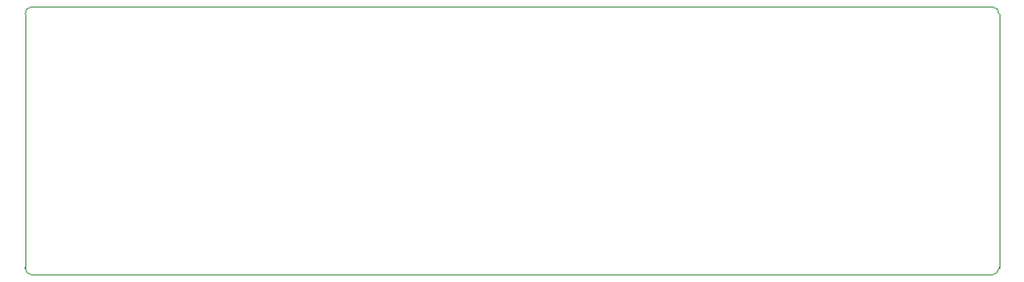
<source format=gbr>
%TF.GenerationSoftware,KiCad,Pcbnew,7.0.9*%
%TF.CreationDate,2024-02-12T22:59:22+01:00*%
%TF.ProjectId,MTR_C3_TempHum,4d54525f-4333-45f5-9465-6d7048756d2e,rev?*%
%TF.SameCoordinates,Original*%
%TF.FileFunction,Profile,NP*%
%FSLAX46Y46*%
G04 Gerber Fmt 4.6, Leading zero omitted, Abs format (unit mm)*
G04 Created by KiCad (PCBNEW 7.0.9) date 2024-02-12 22:59:22*
%MOMM*%
%LPD*%
G01*
G04 APERTURE LIST*
%TA.AperFunction,Profile*%
%ADD10C,0.100000*%
%TD*%
G04 APERTURE END LIST*
D10*
X38735000Y-27305000D02*
G75*
G03*
X38100000Y-27940000I0J-635000D01*
G01*
X125730000Y-27940000D02*
X125730000Y-50800000D01*
X125730000Y-27940000D02*
G75*
G03*
X125095000Y-27305000I-635000J0D01*
G01*
X125095000Y-51435000D02*
G75*
G03*
X125730000Y-50800000I0J635000D01*
G01*
X38735000Y-27305000D02*
X125095000Y-27305000D01*
X38100000Y-50800000D02*
G75*
G03*
X38735000Y-51435000I635000J0D01*
G01*
X38100000Y-50800000D02*
X38100000Y-27940000D01*
X125095000Y-51435000D02*
X38735000Y-51435000D01*
M02*

</source>
